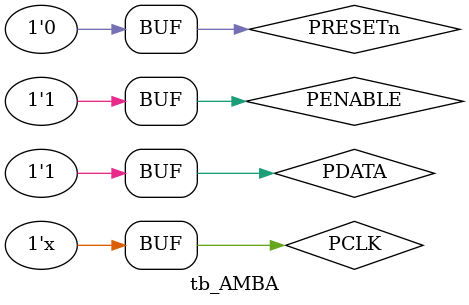
<source format=sv>

`timescale 1ns / 1ps


module tb_AMBA();

reg                     PCLK        ;
reg                     PRESETn     ;
reg                     PENABLE     ;
reg PDATA ;
reg POUT ;
reg POUTb;

initial begin

PCLK        = 1'b0      ;
PRESETn     = 1'b1      ;
PDATA       = 1'b1      ;
PENABLE     = 1'b0      ;

#100 PRESETn = 1'b0 ;
#500 PENABLE = 1'b1 ;

end

always #10  PCLK    = ~PCLK     ;

always begin
    #40 PDATA = 1'b1 ;
    #40 PDATA = 1'b0 ;
    #40 PDATA = 1'b0 ;
    #40 PDATA = 1'b0 ;
    #40 PDATA = 1'b1 ;
    #40 PDATA = 1'b1 ;
    #40 PDATA = 1'b1 ;
    #40 PDATA = 1'b0 ;
    #40 PDATA = 1'b1 ;
end

OS os(
            .i_CLK      (PCLK ),
            .i_RST      (PRESETn ),
            .i_EN       (PENABLE),
            .i_DATA     (PDATA),
            .o_QOUT_LE  (POUT),
            .o_QOUT_TE  (POUTb)
            ) ;

 

endmodule


</source>
